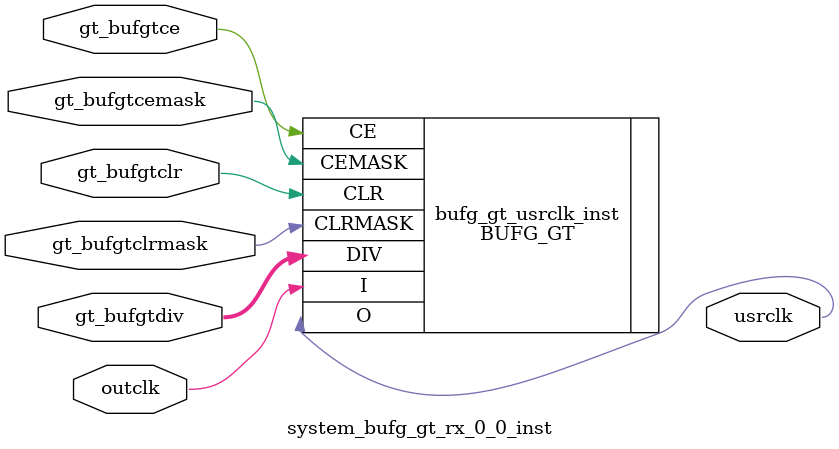
<source format=v>




`timescale 1ns / 1ps



module system_bufg_gt_rx_0_0_inst  (
    input outclk,
    input gt_bufgtce,
    input gt_bufgtcemask,
    input gt_bufgtclr,
    input gt_bufgtclrmask,
    input [2:0] gt_bufgtdiv,
    output usrclk
    );
     
      wire sync_ce;
      wire sync_clr;

      //BUFG_GT_SYNC sync_clr_ce (.CESYNC(sync_ce), .CLRSYNC(sync_clr), .CE(gt_bufgtce), .CLK(outclk), .CLR(gt_bufgtclr));
    //assign usrclk = outclk;
      BUFG_GT #(
        .SIM_DEVICE ("VERSAL_AI_CORE")
      ) bufg_gt_usrclk_inst (
        .CE      (gt_bufgtce),
        .CEMASK  (gt_bufgtcemask),
        .CLR     (gt_bufgtclr),
        .CLRMASK (gt_bufgtclrmask),
        .DIV     (gt_bufgtdiv),
        .I       (outclk),
        .O       (usrclk)
      );
endmodule
//------}

</source>
